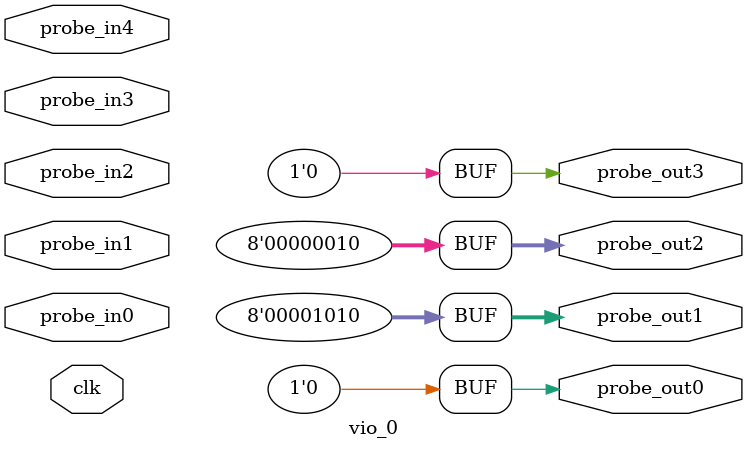
<source format=v>
`timescale 1ns / 1ps
module vio_0 (
clk,
probe_in0,probe_in1,probe_in2,probe_in3,probe_in4,
probe_out0,
probe_out1,
probe_out2,
probe_out3
);

input clk;
input [7 : 0] probe_in0;
input [7 : 0] probe_in1;
input [0 : 0] probe_in2;
input [15 : 0] probe_in3;
input [0 : 0] probe_in4;

output reg [0 : 0] probe_out0 = 'h0 ;
output reg [7 : 0] probe_out1 = 'h0A ;
output reg [7 : 0] probe_out2 = 'h02 ;
output reg [0 : 0] probe_out3 = 'h0 ;


endmodule

</source>
